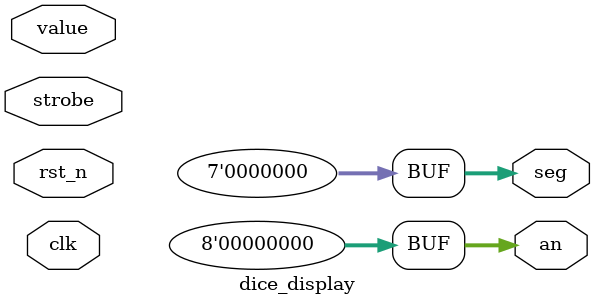
<source format=v>
module dice_display (
  input wire clk, input wire rst_n,
  input wire [2:0] value, input wire strobe,
  output wire [6:0] seg, output wire [7:0] an
);
  assign seg = 7'b0;
  assign an = 8'b0;
endmodule

</source>
